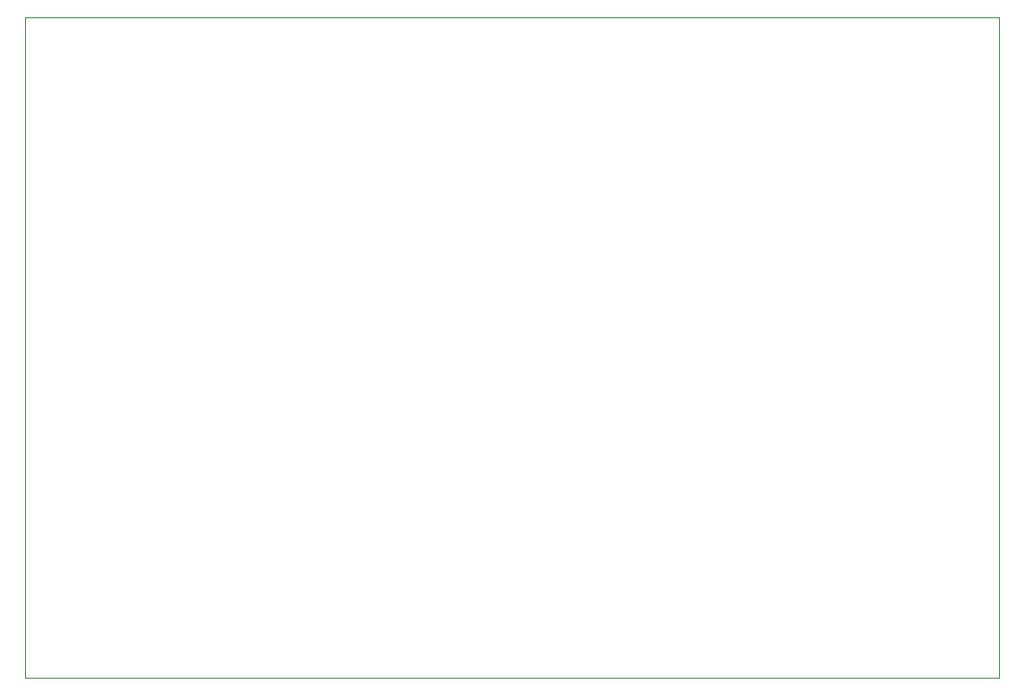
<source format=gbr>
%TF.GenerationSoftware,KiCad,Pcbnew,9.0.3*%
%TF.CreationDate,2025-08-01T16:23:24-05:00*%
%TF.ProjectId,pathfinder,70617468-6669-46e6-9465-722e6b696361,rev?*%
%TF.SameCoordinates,Original*%
%TF.FileFunction,Profile,NP*%
%FSLAX46Y46*%
G04 Gerber Fmt 4.6, Leading zero omitted, Abs format (unit mm)*
G04 Created by KiCad (PCBNEW 9.0.3) date 2025-08-01 16:23:24*
%MOMM*%
%LPD*%
G01*
G04 APERTURE LIST*
%TA.AperFunction,Profile*%
%ADD10C,0.050000*%
%TD*%
G04 APERTURE END LIST*
D10*
X166687500Y-126206250D02*
X80962500Y-126206250D01*
X80962500Y-126206250D02*
X80962500Y-67967976D01*
X80962500Y-67967976D02*
X166687500Y-67967976D01*
X166687500Y-67967976D02*
X166687500Y-126206250D01*
M02*

</source>
